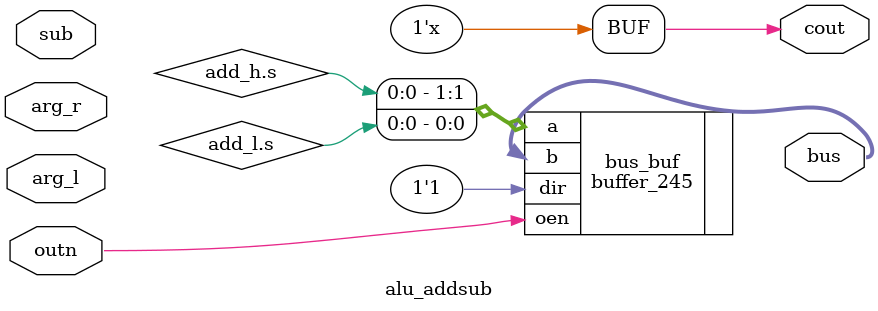
<source format=v>
module alu_addsub (
    input outn,
    input sub,
    input [7:0] arg_l,
    input [7:0] arg_r,
    output [7:0] bus,
    output cout);

    xor_86 xor_flags(.a({3'bx, add_h.cout}), .b({3'bx, sub}));

    xor_86 xor_l(.a(arg_r[3:0]), .b({sub, sub, sub, sub}));
    adder_283 add_l(.a(arg_l[3:0]), .b(xor_l.y), .cin(sub));

    xor_86 xor_h(.a(arg_r[7:4]), .b({sub, sub, sub, sub}));
    adder_283 add_h(.a(arg_l[7:4]), .b(xor_h.y), .cin(add_l.cout));

    buffer_245 bus_buf(.oen(outn), .dir(1'b1), .a({add_h.s, add_l.s}), .b(bus));

    assign cout = xor_flags.y[0];

endmodule
</source>
